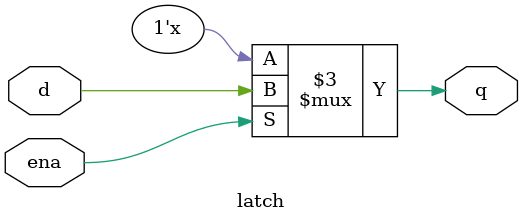
<source format=v>
module latch (d, ena, q);
    input d, ena;
    output q;
    reg q;
    initial q = 1'b0;
    always@ (d or ena)
    begin
        if (ena)
            q <= d;
    end
endmodule
</source>
